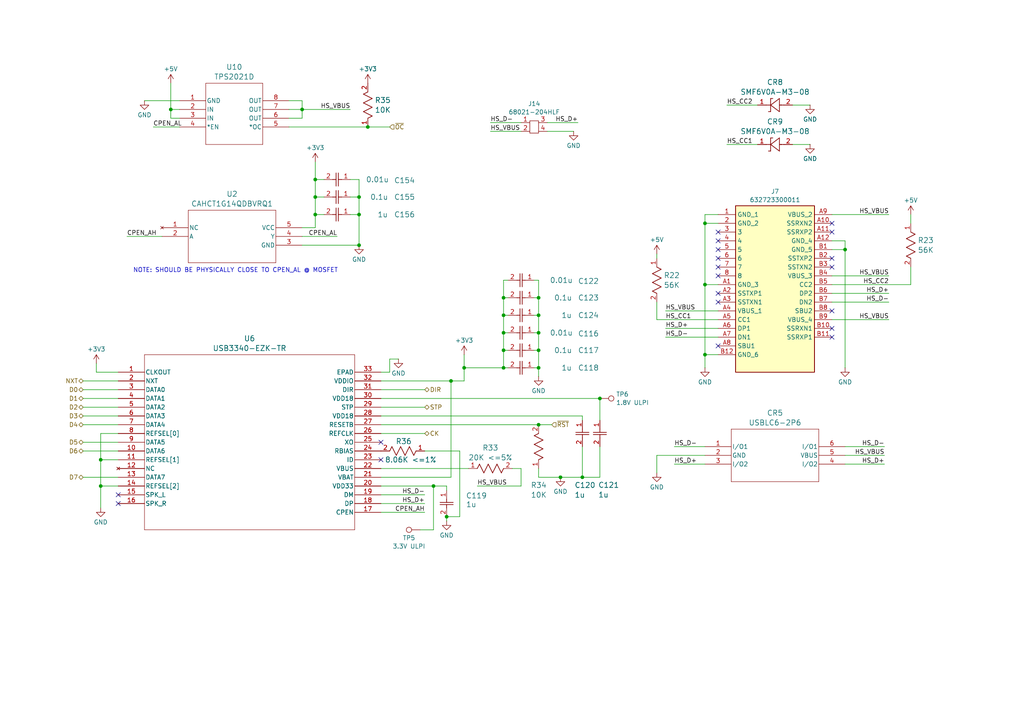
<source format=kicad_sch>
(kicad_sch (version 20231120) (generator "eeschema") (generator_version "8.0")
  (paper "A4")
  (title_block (title "Oro Link") (date "2025-03-22") (rev "8") (company "Oro Operating System") (comment 1 "oro.sh") (comment 2 "Copyright 2023-2025, MPL 2.0") (comment 3 "Joshua Lee Junon"))
  (lib_symbols
    (symbol "Connector:TestPoint" (pin_numbers hide) (pin_names (offset 0.762) hide)
      (property "Reference" "TP" (at 0 6.858 0))
      (property "Value" "TestPoint" (at 0 5.08 0))
      (symbol "TestPoint_1_1"
        (pin passive line (at 0 0 90) (length 2.54) (name "1") (number "1"))
      )
    )
    (symbol "OroLink:0402B103J160CT" (pin_names (offset 0.254))
      (property "Reference" "C" (at 3.81 3.81 0))
      (property "Value" "0402B103J160CT" (at 3.81 -3.81 0))
      (symbol "0402B103J160CT_1_1"
        (pin unspecified line (at 0 0 0) (length 2.54) (name "") (number "1"))
        (pin unspecified line (at 7.62 0 180) (length 2.54) (name "") (number "2"))
      )
      (symbol "0402B103J160CT_1_2"
        (pin unspecified line (at 0 0 270) (length 2.54) (name "") (number "1"))
        (pin unspecified line (at 0 -7.62 90) (length 2.54) (name "") (number "2"))
      )
    )
    (symbol "OroLink:632723300011"
      (property "Reference" "J4" (at 16.51 5.5499 0))
      (property "Value" "632723300011" (at 16.51 3.6289 0))
      (symbol "632723300011_1_1"
        (pin passive line (at 0 0 0) (length 5.08) (name "GND_1") (number "1"))
        (pin passive line (at 0 -2.54 0) (length 5.08) (name "GND_2") (number "2"))
        (pin passive line (at 0 -5.08 0) (length 5.08) (name "3") (number "3"))
        (pin passive line (at 0 -7.62 0) (length 5.08) (name "4") (number "4"))
        (pin passive line (at 0 -10.16 0) (length 5.08) (name "5") (number "5"))
        (pin passive line (at 0 -12.7 0) (length 5.08) (name "6") (number "6"))
        (pin passive line (at 0 -15.24 0) (length 5.08) (name "7") (number "7"))
        (pin passive line (at 0 -17.78 0) (length 5.08) (name "8") (number "8"))
        (pin passive line (at 0 -20.32 0) (length 5.08) (name "GND_3") (number "A1"))
        (pin passive line (at 33.02 -2.54 180) (length 5.08) (name "SSRXN2") (number "A10"))
        (pin passive line (at 33.02 -5.08 180) (length 5.08) (name "SSRXP2") (number "A11"))
        (pin passive line (at 33.02 -7.62 180) (length 5.08) (name "GND_4") (number "A12"))
        (pin passive line (at 0 -22.86 0) (length 5.08) (name "SSTXP1") (number "A2"))
        (pin passive line (at 0 -25.4 0) (length 5.08) (name "SSTXN1") (number "A3"))
        (pin passive line (at 0 -27.94 0) (length 5.08) (name "VBUS_1") (number "A4"))
        (pin passive line (at 0 -30.48 0) (length 5.08) (name "CC1") (number "A5"))
        (pin passive line (at 0 -33.02 0) (length 5.08) (name "DP1") (number "A6"))
        (pin passive line (at 0 -35.56 0) (length 5.08) (name "DN1") (number "A7"))
        (pin passive line (at 0 -38.1 0) (length 5.08) (name "SBU1") (number "A8"))
        (pin passive line (at 33.02 0 180) (length 5.08) (name "VBUS_2") (number "A9"))
        (pin passive line (at 33.02 -10.16 180) (length 5.08) (name "GND_5") (number "B1"))
        (pin passive line (at 33.02 -33.02 180) (length 5.08) (name "SSRXN1") (number "B10"))
        (pin passive line (at 33.02 -35.56 180) (length 5.08) (name "SSRXP1") (number "B11"))
        (pin passive line (at 0 -40.64 0) (length 5.08) (name "GND_6") (number "B12"))
        (pin passive line (at 33.02 -12.7 180) (length 5.08) (name "SSTXP2") (number "B2"))
        (pin passive line (at 33.02 -15.24 180) (length 5.08) (name "SSTXN2") (number "B3"))
        (pin passive line (at 33.02 -17.78 180) (length 5.08) (name "VBUS_3") (number "B4"))
        (pin passive line (at 33.02 -20.32 180) (length 5.08) (name "CC2") (number "B5"))
        (pin passive line (at 33.02 -22.86 180) (length 5.08) (name "DP2") (number "B6"))
        (pin passive line (at 33.02 -25.4 180) (length 5.08) (name "DN2") (number "B7"))
        (pin passive line (at 33.02 -27.94 180) (length 5.08) (name "SBU2") (number "B8"))
        (pin passive line (at 33.02 -30.48 180) (length 5.08) (name "VBUS_4") (number "B9"))
      )
    )
    (symbol "OroLink:68021-204HLF" (pin_names hide)
      (property "Reference" "J" (at 3.81 1.778 0))
      (property "Value" "68021-204HLF" (at 4.318 0 0))
      (symbol "68021-204HLF_0_0"
        (pin unspecified line (at 0 -2.54 0) (length 2.54) (name "") (number "1"))
        (pin unspecified line (at 0 -5.08 0) (length 2.54) (name "") (number "2"))
        (pin unspecified line (at 7.62 -2.54 180) (length 2.54) (name "") (number "3"))
        (pin unspecified line (at 7.62 -5.08 180) (length 2.54) (name "") (number "4"))
      )
    )
    (symbol "OroLink:CAHCT1G14QDBVRQ1" (pin_names (offset 0.254))
      (property "Reference" "U" (at 20.32 10.16 0))
      (property "Value" "CAHCT1G14QDBVRQ1" (at 20.32 7.62 0))
      (symbol "CAHCT1G14QDBVRQ1_0_1"
        (pin no_connect line (at 0 0 0) (length 7.62) (name "NC") (number "1"))
        (pin input line (at 0 -2.54 0) (length 7.62) (name "A") (number "2"))
        (pin power_out line (at 40.64 -5.08 180) (length 7.62) (name "GND") (number "3"))
        (pin output line (at 40.64 -2.54 180) (length 7.62) (name "Y") (number "4"))
        (pin power_in line (at 40.64 0 180) (length 7.62) (name "VCC") (number "5"))
      )
    )
    (symbol "OroLink:CPF0402B8K06E1" (pin_names (offset 0.254))
      (property "Reference" "R" (at 5.715 3.81 0))
      (property "Value" "CPF0402B8K06E1" (at 6.35 -3.81 0))
      (symbol "CPF0402B8K06E1_1_1"
        (pin unspecified line (at 12.7 0 180) (length 2.54) (name "") (number "1"))
        (pin unspecified line (at 0 0 0) (length 2.54) (name "") (number "2"))
      )
      (symbol "CPF0402B8K06E1_1_2"
        (pin unspecified line (at 0 12.7 270) (length 2.54) (name "") (number "1"))
        (pin unspecified line (at 0 0 90) (length 2.54) (name "") (number "2"))
      )
    )
    (symbol "OroLink:ERJ-3GEYJ563V" (pin_names (offset 0.254))
      (property "Reference" "R" (at 5.715 3.81 0))
      (property "Value" "ERJ-3GEYJ563V" (at 6.35 -3.81 0))
      (symbol "ERJ-3GEYJ563V_1_1"
        (pin unspecified line (at 12.7 0 180) (length 2.54) (name "") (number "1"))
        (pin unspecified line (at 0 0 0) (length 2.54) (name "") (number "2"))
      )
      (symbol "ERJ-3GEYJ563V_1_2"
        (pin unspecified line (at 0 12.7 270) (length 2.54) (name "") (number "1"))
        (pin unspecified line (at 0 0 90) (length 2.54) (name "") (number "2"))
      )
    )
    (symbol "OroLink:JMK105BJ105KVHF" (pin_names (offset 0.254))
      (property "Reference" "C" (at 3.81 3.81 0))
      (property "Value" "JMK105BJ105KVHF" (at 3.81 -3.81 0))
      (symbol "JMK105BJ105KVHF_1_1"
        (pin unspecified line (at 0 0 0) (length 2.54) (name "") (number "1"))
        (pin unspecified line (at 7.62 0 180) (length 2.54) (name "") (number "2"))
      )
      (symbol "JMK105BJ105KVHF_1_2"
        (pin unspecified line (at 0 0 270) (length 2.54) (name "") (number "1"))
        (pin unspecified line (at 0 -7.62 90) (length 2.54) (name "") (number "2"))
      )
    )
    (symbol "OroLink:MCS04020C2002FE000" (pin_names (offset 0.254))
      (property "Reference" "R" (at 5.715 3.81 0))
      (property "Value" "MCS04020C2002FE000" (at 6.35 -3.81 0))
      (symbol "MCS04020C2002FE000_0_1"
        (pin unspecified line (at 0 0 0) (length 2.54) (name "") (number "1"))
        (pin unspecified line (at 12.7 0 180) (length 2.54) (name "") (number "2"))
      )
    )
    (symbol "OroLink:MSAST1L3YB5104KFNA01" (pin_names (offset 0.254))
      (property "Reference" "C" (at 3.81 3.81 0))
      (property "Value" "MSAST1L3YB5104KFNA01" (at 3.81 -3.81 0))
      (symbol "MSAST1L3YB5104KFNA01_1_1"
        (pin unspecified line (at 0 0 0) (length 2.54) (name "") (number "1"))
        (pin unspecified line (at 7.62 0 180) (length 2.54) (name "") (number "2"))
      )
      (symbol "MSAST1L3YB5104KFNA01_1_2"
        (pin unspecified line (at 0 0 270) (length 2.54) (name "") (number "1"))
        (pin unspecified line (at 0 -7.62 90) (length 2.54) (name "") (number "2"))
      )
    )
    (symbol "OroLink:RMCF0402FT10K0" (pin_names (offset 0.254))
      (property "Reference" "R" (at 5.715 3.81 0))
      (property "Value" "RMCF0402FT10K0" (at 6.35 -3.81 0))
      (symbol "RMCF0402FT10K0_1_1"
        (pin unspecified line (at 0 0 0) (length 2.54) (name "") (number "1"))
        (pin unspecified line (at 12.7 0 180) (length 2.54) (name "") (number "2"))
      )
      (symbol "RMCF0402FT10K0_1_2"
        (pin unspecified line (at 0 12.7 270) (length 2.54) (name "") (number "1"))
        (pin unspecified line (at 0 0 90) (length 2.54) (name "") (number "2"))
      )
    )
    (symbol "OroLink:SMF6V0A-M3-08" (pin_names (offset 0.254))
      (property "Reference" "CR" (at 5.08 4.445 0))
      (property "Value" "SMF6V0A-M3-08" (at 5.08 -3.81 0))
      (symbol "SMF6V0A-M3-08_0_1"
        (pin unspecified line (at 10.16 0 180) (length 2.54) (name "") (number "1"))
        (pin unspecified line (at 0 0 0) (length 2.54) (name "") (number "2"))
      )
    )
    (symbol "OroLink:TPS2021D" (pin_names (offset 0.254))
      (property "Reference" "U2" (at 15.748 9.4369 0))
      (property "Value" "TPS2021D" (at 15.748 6.604 0))
      (symbol "TPS2021D_0_1"
        (pin input line (at 0 0 0) (length 7.62) (name "GND") (number "1"))
        (pin input line (at 0 -2.54 0) (length 7.62) (name "IN") (number "2"))
        (pin input line (at 0 -5.08 0) (length 7.62) (name "IN") (number "3"))
        (pin input line (at 0 -7.62 0) (length 7.62) (name "*EN") (number "4"))
        (pin output line (at 31.75 -7.62 180) (length 7.62) (name "*OC") (number "5"))
        (pin output line (at 31.75 -5.08 180) (length 7.62) (name "OUT") (number "6"))
        (pin output line (at 31.75 -2.54 180) (length 7.62) (name "OUT") (number "7"))
        (pin output line (at 31.75 0 180) (length 7.62) (name "OUT") (number "8"))
      )
    )
    (symbol "OroLink:USB3340-EZK-TR" (pin_names (offset 0.254))
      (property "Reference" "U" (at 38.1 10.16 0))
      (property "Value" "USB3340-EZK-TR" (at 38.1 7.62 0))
      (symbol "USB3340-EZK-TR_0_1"
        (pin output line (at 0 0 0) (length 7.62) (name "CLKOUT") (number "1"))
        (pin bidirectional line (at 0 -22.86 0) (length 7.62) (name "DATA6") (number "10"))
        (pin input line (at 0 -25.4 0) (length 7.62) (name "REFSEL[1]") (number "11"))
        (pin no_connect line (at 0 -27.94 0) (length 7.62) (name "NC") (number "12"))
        (pin bidirectional line (at 0 -30.48 0) (length 7.62) (name "DATA7") (number "13"))
        (pin input line (at 0 -33.02 0) (length 7.62) (name "REFSEL[2]") (number "14"))
        (pin bidirectional line (at 0 -35.56 0) (length 7.62) (name "SPK_L") (number "15"))
        (pin bidirectional line (at 0 -38.1 0) (length 7.62) (name "SPK_R") (number "16"))
        (pin output line (at 76.2 -40.64 180) (length 7.62) (name "CPEN") (number "17"))
        (pin bidirectional line (at 76.2 -38.1 180) (length 7.62) (name "DP") (number "18"))
        (pin bidirectional line (at 76.2 -35.56 180) (length 7.62) (name "DM") (number "19"))
        (pin output line (at 0 -2.54 0) (length 7.62) (name "NXT") (number "2"))
        (pin power_in line (at 76.2 -33.02 180) (length 7.62) (name "VDD33") (number "20"))
        (pin power_in line (at 76.2 -30.48 180) (length 7.62) (name "VBAT") (number "21"))
        (pin bidirectional line (at 76.2 -27.94 180) (length 7.62) (name "VBUS") (number "22"))
        (pin input line (at 76.2 -25.4 180) (length 7.62) (name "ID") (number "23"))
        (pin unspecified line (at 76.2 -22.86 180) (length 7.62) (name "RBIAS") (number "24"))
        (pin output line (at 76.2 -20.32 180) (length 7.62) (name "XO") (number "25"))
        (pin input line (at 76.2 -17.78 180) (length 7.62) (name "REFCLK") (number "26"))
        (pin input line (at 76.2 -15.24 180) (length 7.62) (name "RESETB") (number "27"))
        (pin power_in line (at 76.2 -12.7 180) (length 7.62) (name "VDD18") (number "28"))
        (pin input line (at 76.2 -10.16 180) (length 7.62) (name "STP") (number "29"))
        (pin bidirectional line (at 0 -5.08 0) (length 7.62) (name "DATA0") (number "3"))
        (pin power_in line (at 76.2 -7.62 180) (length 7.62) (name "VDD18") (number "30"))
        (pin output line (at 76.2 -5.08 180) (length 7.62) (name "DIR") (number "31"))
        (pin power_in line (at 76.2 -2.54 180) (length 7.62) (name "VDDIO") (number "32"))
        (pin unspecified line (at 76.2 0 180) (length 7.62) (name "EPAD") (number "33"))
        (pin bidirectional line (at 0 -7.62 0) (length 7.62) (name "DATA1") (number "4"))
        (pin bidirectional line (at 0 -10.16 0) (length 7.62) (name "DATA2") (number "5"))
        (pin bidirectional line (at 0 -12.7 0) (length 7.62) (name "DATA3") (number "6"))
        (pin bidirectional line (at 0 -15.24 0) (length 7.62) (name "DATA4") (number "7"))
        (pin input line (at 0 -17.78 0) (length 7.62) (name "REFSEL[0]") (number "8"))
        (pin bidirectional line (at 0 -20.32 0) (length 7.62) (name "DATA5") (number "9"))
      )
    )
    (symbol "OroLink:USBLC6-2P6" (pin_names (offset 0.254))
      (property "Reference" "CR" (at 20.32 10.16 0))
      (property "Value" "USBLC6-2P6" (at 20.32 7.62 0))
      (symbol "USBLC6-2P6_0_1"
        (pin bidirectional line (at 0 0 0) (length 7.62) (name "I/O1") (number "1"))
        (pin power_in line (at 0 -2.54 0) (length 7.62) (name "GND") (number "2"))
        (pin bidirectional line (at 0 -5.08 0) (length 7.62) (name "I/O2") (number "3"))
        (pin bidirectional line (at 40.64 -5.08 180) (length 7.62) (name "I/O2") (number "4"))
        (pin power_in line (at 40.64 -2.54 180) (length 7.62) (name "VBUS") (number "5"))
        (pin bidirectional line (at 40.64 0 180) (length 7.62) (name "I/O1") (number "6"))
      )
    )
    (symbol "power:+3V3" (power) (pin_numbers hide) (pin_names (offset 0) hide)
      (property "Value" "+3V3" (at 0 3.556 0))
      (symbol "+3V3_1_1"
        (pin power_in line (at 0 0 90) (length 0) (name "~") (number "1"))
      )
    )
    (symbol "power:+5V" (power) (pin_numbers hide) (pin_names (offset 0) hide)
      (property "Value" "+5V" (at 0 3.556 0))
      (symbol "+5V_1_1"
        (pin power_in line (at 0 0 90) (length 0) (name "~") (number "1"))
      )
    )
    (symbol "power:GND" (power) (pin_numbers hide) (pin_names (offset 0) hide)
      (property "Value" "GND" (at 0 -3.81 0))
      (symbol "GND_1_1"
        (pin power_in line (at 0 0 270) (length 0) (name "~") (number "1"))
      )
    )
  )
  (junction (at 156.21 91.44))
  (junction (at 204.47 82.55))
  (junction (at 168.91 138.43))
  (junction (at 156.21 106.68))
  (junction (at 204.47 102.87))
  (junction (at 146.05 96.52))
  (junction (at 146.05 101.6))
  (junction (at 156.21 101.6))
  (junction (at 146.05 91.44))
  (junction (at 134.62 106.68))
  (junction (at 104.14 57.15))
  (junction (at 156.21 86.36))
  (junction (at 29.21 140.97))
  (junction (at 156.21 96.52))
  (junction (at 91.44 62.23))
  (junction (at 29.21 133.35))
  (junction (at 49.53 31.75))
  (junction (at 156.21 123.19))
  (junction (at 162.56 138.43))
  (junction (at 104.14 62.23))
  (junction (at 173.99 115.57))
  (junction (at 146.05 86.36))
  (junction (at 129.54 149.86))
  (junction (at 130.81 110.49))
  (junction (at 106.68 36.83))
  (junction (at 104.14 71.12))
  (junction (at 125.73 140.97))
  (junction (at 245.11 72.39))
  (junction (at 146.05 106.68))
  (junction (at 204.47 64.77))
  (junction (at 91.44 57.15))
  (junction (at 91.44 52.07))
  (junction (at 87.63 31.75))
  (no_connect (at 208.28 87.63))
  (no_connect (at 241.3 77.47))
  (no_connect (at 110.49 128.27))
  (no_connect (at 208.28 80.01))
  (no_connect (at 208.28 72.39))
  (no_connect (at 110.49 133.35))
  (no_connect (at 34.29 146.05))
  (no_connect (at 34.29 143.51))
  (no_connect (at 208.28 74.93))
  (no_connect (at 208.28 69.85))
  (no_connect (at 241.3 90.17))
  (no_connect (at 208.28 85.09))
  (no_connect (at 241.3 95.25))
  (no_connect (at 241.3 64.77))
  (no_connect (at 208.28 77.47))
  (no_connect (at 241.3 67.31))
  (no_connect (at 241.3 97.79))
  (no_connect (at 241.3 74.93))
  (no_connect (at 208.28 67.31))
  (no_connect (at 208.28 100.33))
  (wire (pts (xy 162.56 138.43) (xy 168.91 138.43)))
  (wire (pts (xy 130.81 138.43) (xy 130.81 110.49)))
  (wire (pts (xy 113.03 107.95) (xy 113.03 104.14)))
  (wire (pts (xy 24.13 138.43) (xy 34.29 138.43)))
  (wire (pts (xy 151.13 140.97) (xy 138.43 140.97)))
  (wire (pts (xy 241.3 82.55) (xy 264.16 82.55)))
  (wire (pts (xy 156.21 81.28) (xy 156.21 86.36)))
  (wire (pts (xy 36.83 68.58) (xy 46.99 68.58)))
  (wire (pts (xy 110.49 140.97) (xy 125.73 140.97)))
  (wire (pts (xy 113.03 36.83) (xy 106.68 36.83)))
  (wire (pts (xy 245.11 134.62) (xy 256.54 134.62)))
  (wire (pts (xy 106.68 36.83) (xy 83.82 36.83)))
  (wire (pts (xy 29.21 133.35) (xy 29.21 140.97)))
  (wire (pts (xy 29.21 133.35) (xy 34.29 133.35)))
  (wire (pts (xy 34.29 107.95) (xy 27.94 107.95)))
  (wire (pts (xy 101.6 57.15) (xy 104.14 57.15)))
  (wire (pts (xy 52.07 29.21) (xy 41.91 29.21)))
  (wire (pts (xy 146.05 96.52) (xy 146.05 101.6)))
  (wire (pts (xy 91.44 52.07) (xy 91.44 57.15)))
  (wire (pts (xy 130.81 110.49) (xy 134.62 110.49)))
  (wire (pts (xy 168.91 138.43) (xy 173.99 138.43)))
  (wire (pts (xy 195.58 134.62) (xy 204.47 134.62)))
  (wire (pts (xy 129.54 151.13) (xy 129.54 149.86)))
  (wire (pts (xy 104.14 52.07) (xy 101.6 52.07)))
  (wire (pts (xy 110.49 143.51) (xy 123.19 143.51)))
  (wire (pts (xy 208.28 64.77) (xy 204.47 64.77)))
  (wire (pts (xy 193.04 90.17) (xy 208.28 90.17)))
  (wire (pts (xy 83.82 34.29) (xy 87.63 34.29)))
  (wire (pts (xy 146.05 86.36) (xy 146.05 91.44)))
  (wire (pts (xy 241.3 85.09) (xy 257.81 85.09)))
  (wire (pts (xy 204.47 102.87) (xy 204.47 106.68)))
  (wire (pts (xy 134.62 102.87) (xy 134.62 106.68)))
  (wire (pts (xy 210.82 41.91) (xy 219.71 41.91)))
  (wire (pts (xy 264.16 77.47) (xy 264.16 82.55)))
  (wire (pts (xy 256.54 132.08) (xy 245.11 132.08)))
  (wire (pts (xy 44.45 36.83) (xy 52.07 36.83)))
  (wire (pts (xy 91.44 46.99) (xy 91.44 52.07)))
  (wire (pts (xy 146.05 91.44) (xy 147.32 91.44)))
  (wire (pts (xy 208.28 82.55) (xy 204.47 82.55)))
  (wire (pts (xy 49.53 31.75) (xy 52.07 31.75)))
  (wire (pts (xy 208.28 102.87) (xy 204.47 102.87)))
  (wire (pts (xy 151.13 135.89) (xy 148.59 135.89)))
  (wire (pts (xy 134.62 106.68) (xy 146.05 106.68)))
  (wire (pts (xy 93.98 57.15) (xy 91.44 57.15)))
  (wire (pts (xy 24.13 128.27) (xy 34.29 128.27)))
  (wire (pts (xy 154.94 86.36) (xy 156.21 86.36)))
  (wire (pts (xy 87.63 31.75) (xy 101.6 31.75)))
  (wire (pts (xy 208.28 97.79) (xy 193.04 97.79)))
  (wire (pts (xy 49.53 31.75) (xy 49.53 24.13)))
  (wire (pts (xy 91.44 62.23) (xy 91.44 66.04)))
  (wire (pts (xy 168.91 129.54) (xy 168.91 138.43)))
  (wire (pts (xy 156.21 96.52) (xy 156.21 101.6)))
  (wire (pts (xy 110.49 123.19) (xy 156.21 123.19)))
  (wire (pts (xy 154.94 91.44) (xy 156.21 91.44)))
  (wire (pts (xy 87.63 29.21) (xy 87.63 31.75)))
  (wire (pts (xy 156.21 106.68) (xy 156.21 109.22)))
  (wire (pts (xy 83.82 31.75) (xy 87.63 31.75)))
  (wire (pts (xy 93.98 52.07) (xy 91.44 52.07)))
  (wire (pts (xy 110.49 115.57) (xy 173.99 115.57)))
  (wire (pts (xy 24.13 123.19) (xy 34.29 123.19)))
  (wire (pts (xy 52.07 34.29) (xy 49.53 34.29)))
  (wire (pts (xy 87.63 71.12) (xy 104.14 71.12)))
  (wire (pts (xy 110.49 125.73) (xy 123.19 125.73)))
  (wire (pts (xy 151.13 140.97) (xy 151.13 135.89)))
  (wire (pts (xy 257.81 62.23) (xy 241.3 62.23)))
  (wire (pts (xy 97.79 68.58) (xy 87.63 68.58)))
  (wire (pts (xy 125.73 140.97) (xy 129.54 140.97)))
  (wire (pts (xy 24.13 120.65) (xy 34.29 120.65)))
  (wire (pts (xy 24.13 115.57) (xy 34.29 115.57)))
  (wire (pts (xy 146.05 86.36) (xy 147.32 86.36)))
  (wire (pts (xy 241.3 87.63) (xy 257.81 87.63)))
  (wire (pts (xy 125.73 140.97) (xy 125.73 153.67)))
  (wire (pts (xy 208.28 62.23) (xy 204.47 62.23)))
  (wire (pts (xy 229.87 41.91) (xy 234.95 41.91)))
  (wire (pts (xy 24.13 110.49) (xy 34.29 110.49)))
  (wire (pts (xy 245.11 69.85) (xy 245.11 72.39)))
  (wire (pts (xy 93.98 62.23) (xy 91.44 62.23)))
  (wire (pts (xy 154.94 106.68) (xy 156.21 106.68)))
  (wire (pts (xy 104.14 62.23) (xy 104.14 57.15)))
  (wire (pts (xy 110.49 107.95) (xy 113.03 107.95)))
  (wire (pts (xy 110.49 120.65) (xy 168.91 120.65)))
  (wire (pts (xy 190.5 73.66) (xy 190.5 74.93)))
  (wire (pts (xy 87.63 66.04) (xy 91.44 66.04)))
  (wire (pts (xy 123.19 148.59) (xy 110.49 148.59)))
  (wire (pts (xy 110.49 118.11) (xy 123.19 118.11)))
  (wire (pts (xy 190.5 92.71) (xy 190.5 87.63)))
  (wire (pts (xy 156.21 123.19) (xy 160.02 123.19)))
  (wire (pts (xy 204.47 132.08) (xy 190.5 132.08)))
  (wire (pts (xy 257.81 92.71) (xy 241.3 92.71)))
  (wire (pts (xy 156.21 86.36) (xy 156.21 91.44)))
  (wire (pts (xy 146.05 101.6) (xy 147.32 101.6)))
  (wire (pts (xy 264.16 62.23) (xy 264.16 64.77)))
  (wire (pts (xy 29.21 140.97) (xy 29.21 147.32)))
  (wire (pts (xy 24.13 118.11) (xy 34.29 118.11)))
  (wire (pts (xy 121.92 153.67) (xy 125.73 153.67)))
  (wire (pts (xy 134.62 106.68) (xy 134.62 110.49)))
  (wire (pts (xy 104.14 71.12) (xy 104.14 62.23)))
  (wire (pts (xy 110.49 110.49) (xy 130.81 110.49)))
  (wire (pts (xy 29.21 125.73) (xy 29.21 133.35)))
  (wire (pts (xy 147.32 81.28) (xy 146.05 81.28)))
  (wire (pts (xy 27.94 105.41) (xy 27.94 107.95)))
  (wire (pts (xy 123.19 130.81) (xy 133.35 130.81)))
  (wire (pts (xy 146.05 101.6) (xy 146.05 106.68)))
  (wire (pts (xy 123.19 113.03) (xy 110.49 113.03)))
  (wire (pts (xy 129.54 140.97) (xy 129.54 142.24)))
  (wire (pts (xy 142.24 38.1) (xy 151.13 38.1)))
  (wire (pts (xy 257.81 80.01) (xy 241.3 80.01)))
  (wire (pts (xy 168.91 120.65) (xy 168.91 121.92)))
  (wire (pts (xy 245.11 129.54) (xy 256.54 129.54)))
  (wire (pts (xy 34.29 125.73) (xy 29.21 125.73)))
  (wire (pts (xy 204.47 82.55) (xy 204.47 102.87)))
  (wire (pts (xy 146.05 91.44) (xy 146.05 96.52)))
  (wire (pts (xy 190.5 92.71) (xy 208.28 92.71)))
  (wire (pts (xy 208.28 95.25) (xy 193.04 95.25)))
  (wire (pts (xy 156.21 101.6) (xy 156.21 106.68)))
  (wire (pts (xy 133.35 130.81) (xy 133.35 149.86)))
  (wire (pts (xy 241.3 69.85) (xy 245.11 69.85)))
  (wire (pts (xy 146.05 81.28) (xy 146.05 86.36)))
  (wire (pts (xy 129.54 149.86) (xy 133.35 149.86)))
  (wire (pts (xy 204.47 62.23) (xy 204.47 64.77)))
  (wire (pts (xy 166.37 38.1) (xy 158.75 38.1)))
  (wire (pts (xy 104.14 57.15) (xy 104.14 52.07)))
  (wire (pts (xy 156.21 91.44) (xy 156.21 96.52)))
  (wire (pts (xy 162.56 138.43) (xy 156.21 138.43)))
  (wire (pts (xy 87.63 34.29) (xy 87.63 31.75)))
  (wire (pts (xy 195.58 129.54) (xy 204.47 129.54)))
  (wire (pts (xy 154.94 101.6) (xy 156.21 101.6)))
  (wire (pts (xy 190.5 132.08) (xy 190.5 137.16)))
  (wire (pts (xy 113.03 104.14) (xy 115.57 104.14)))
  (wire (pts (xy 110.49 135.89) (xy 135.89 135.89)))
  (wire (pts (xy 156.21 138.43) (xy 156.21 135.89)))
  (wire (pts (xy 110.49 138.43) (xy 130.81 138.43)))
  (wire (pts (xy 151.13 35.56) (xy 142.24 35.56)))
  (wire (pts (xy 29.21 140.97) (xy 34.29 140.97)))
  (wire (pts (xy 241.3 72.39) (xy 245.11 72.39)))
  (wire (pts (xy 154.94 96.52) (xy 156.21 96.52)))
  (wire (pts (xy 210.82 30.48) (xy 219.71 30.48)))
  (wire (pts (xy 49.53 34.29) (xy 49.53 31.75)))
  (wire (pts (xy 146.05 106.68) (xy 147.32 106.68)))
  (wire (pts (xy 91.44 57.15) (xy 91.44 62.23)))
  (wire (pts (xy 245.11 72.39) (xy 245.11 106.68)))
  (wire (pts (xy 154.94 81.28) (xy 156.21 81.28)))
  (wire (pts (xy 173.99 138.43) (xy 173.99 129.54)))
  (wire (pts (xy 110.49 146.05) (xy 123.19 146.05)))
  (wire (pts (xy 173.99 115.57) (xy 173.99 121.92)))
  (wire (pts (xy 101.6 62.23) (xy 104.14 62.23)))
  (wire (pts (xy 158.75 35.56) (xy 167.64 35.56)))
  (wire (pts (xy 24.13 130.81) (xy 34.29 130.81)))
  (wire (pts (xy 229.87 30.48) (xy 234.95 30.48)))
  (wire (pts (xy 83.82 29.21) (xy 87.63 29.21)))
  (wire (pts (xy 146.05 96.52) (xy 147.32 96.52)))
  (wire (pts (xy 204.47 64.77) (xy 204.47 82.55)))
  (wire (pts (xy 24.13 113.03) (xy 34.29 113.03)))
  (text "NOTE: SHOULD BE PHYSICALLY CLOSE TO CPEN_AL @ MOSFET" (at 68.326 78.486 0) (effects (font (size 1.27 1.27))))
  (label "HS_VBUS" (at 193.04 90.17 0))
  (label "HS_CC2" (at 257.81 82.55 180))
  (label "HS_D+" (at 167.64 35.56 180))
  (label "HS_D-" (at 195.58 129.54 0))
  (label "HS_D+" (at 256.54 134.62 180))
  (label "HS_VBUS" (at 256.54 132.08 180))
  (label "HS_D+" (at 193.04 95.25 0))
  (label "HS_CC1" (at 193.04 92.71 0))
  (label "HS_VBUS" (at 257.81 62.23 180))
  (label "HS_D-" (at 256.54 129.54 180))
  (label "CPEN_AH" (at 36.83 68.58 0))
  (label "HS_VBUS" (at 142.24 38.1 0))
  (label "HS_D-" (at 257.81 87.63 180))
  (label "CPEN_AL" (at 97.79 68.58 180))
  (label "HS_D-" (at 193.04 97.79 0))
  (label "HS_D+" (at 257.81 85.09 180))
  (label "HS_VBUS" (at 101.6 31.75 180))
  (label "HS_CC1" (at 210.82 41.91 0))
  (label "HS_D-" (at 142.24 35.56 0))
  (label "HS_VBUS" (at 257.81 80.01 180))
  (label "CPEN_AH" (at 123.19 148.59 180))
  (label "HS_VBUS" (at 257.81 92.71 180))
  (label "HS_VBUS" (at 138.43 140.97 0))
  (label "HS_D-" (at 123.19 143.51 180))
  (label "HS_CC2" (at 210.82 30.48 0))
  (label "CPEN_AL" (at 44.45 36.83 0))
  (label "HS_D+" (at 123.19 146.05 180))
  (label "HS_D+" (at 195.58 134.62 0))
  (hierarchical_label "DIR" (shape bidirectional) (at 123.19 113.03 0))
  (hierarchical_label "NXT" (shape bidirectional) (at 24.13 110.49 180))
  (hierarchical_label "D7" (shape bidirectional) (at 24.13 138.43 180))
  (hierarchical_label "D3" (shape bidirectional) (at 24.13 120.65 180))
  (hierarchical_label "D2" (shape bidirectional) (at 24.13 118.11 180))
  (hierarchical_label "D1" (shape bidirectional) (at 24.13 115.57 180))
  (hierarchical_label "D6" (shape bidirectional) (at 24.13 130.81 180))
  (hierarchical_label "D4" (shape bidirectional) (at 24.13 123.19 180))
  (hierarchical_label "~{RST}" (shape input) (at 160.02 123.19 0))
  (hierarchical_label "STP" (shape bidirectional) (at 123.19 118.11 0))
  (hierarchical_label "D5" (shape bidirectional) (at 24.13 128.27 180))
  (hierarchical_label "~{OC}" (shape input) (at 113.03 36.83 0))
  (hierarchical_label "D0" (shape bidirectional) (at 24.13 113.03 180))
  (hierarchical_label "CK" (shape bidirectional) (at 123.19 125.73 0))
  (symbol (lib_id "power:GND") (at 29.21 147.32 0) (unit 1)
    (property "Reference" "#PWR0138" (effects (hide yes)))
    (property "Value" "GND" (at 29.21 151.4531 0))
    (property "Description" "Power symbol creates a global label with name \"GND\" , ground" (effects (hide yes)))
  )
  (symbol (lib_id "power:GND") (at 115.57 104.14 0) (unit 1)
    (property "Reference" "#PWR0136" (effects (hide yes)))
    (property "Value" "GND" (at 115.57 108.2731 0))
    (property "Description" "Power symbol creates a global label with name \"GND\" , ground" (effects (hide yes)))
  )
  (symbol (lib_id "OroLink:JMK105BJ105KVHF") (at 154.94 106.68 0) (mirror y) (unit 1)
    (property "Reference" "C118" (at 170.688 106.68 0) (effects (font (size 1.524 1.524))))
    (property "Value" "1u" (at 164.338 106.68 0) (effects (font (size 1.524 1.524))))
    (property "Footprint" "OroLink:cap_UMK105 CG080CV-F_TAY" (effects (hide yes)))
    (property "Datasheet" "https://www.mouser.de/datasheet/2/396/taiyo_yuden_12132018_mlcc11_hq_e-1510082.pdf" (effects (hide yes)))
    (property "Description" "Capacitor, ceramic, 0402, 6.3V, x5R, 1 F, ±10% Rohs Compliant: Yes |Taiyo Yuden JMK105BJ105KVHF" (effects (hide yes)))
    (property "DigiKey ID" "587-3766-1-ND" (effects (hide yes)))
    (property "Arrow ID" "JMK105BJ105KVHF" (effects (hide yes)))
    (property "Mfr. Name" "Taiyo Yuden" (effects (hide yes)))
    (property "Description_1" "Capacitor, ceramic, 0402, 6.3V, x5R, 1 F, ±10% Rohs Compliant: Yes |Taiyo Yuden JMK105BJ105KVHF" (effects (hide yes)))
    (property "Mouser ID" "963-JMK105BJ105KVHF" (effects (hide yes)))
    (property "Mfr. Number" "JMK105BJ105KVHF" (effects (hide yes)))
    (property "Mouser URL" "https://www.mouser.de/ProductDetail/TAIYO-YUDEN/JMK105BJ105KVHF?qs=qPaGMJUC%252BSupRtwk0yj9HQ%3D%3D&utm_source=octopart&utm_medium=aggregator&utm_campaign=963-JMK105BJ105KVHF&utm_content=TAIYO%20YUDEN" (effects (hide yes)))
  )
  (symbol (lib_id "OroLink:USB3340-EZK-TR") (at 34.29 107.95 0) (unit 1)
    (property "Reference" "U6" (at 72.39 98.1761 0) (effects (font (size 1.524 1.524))))
    (property "Value" "USB3340-EZK-TR" (at 72.39 101.009 0) (effects (font (size 1.524 1.524))))
    (property "Footprint" "OroLink:QFN32_5X5MC_MCH" (effects (hide yes)))
    (property "Datasheet" "https://www.mouser.de/datasheet/2/268/USB3340_Data_Sheet_DS00001678E-3500084.pdf" (effects (hide yes)))
    (property "Description" "Microchip USB3340-EZK-TR; USB Transceiver; USB 2.0 at 480Mbit/s; 5.5V; 32-Pin QFN" (effects (hide yes)))
    (property "Mouser URL" "https://www.mouser.de/ProductDetail/Microchip-Technology/USB3340-EZK-TR?qs=pA5MXup5wxES2TIeidc1qQ%3D%3D&utm_source=octopart&utm_medium=aggregator&utm_campaign=886-USB3340-EZK-TR&utm_content=Microchip" (effects (hide yes)))
    (property "Mfr. Name" "Microchip" (effects (hide yes)))
    (property "Mouser ID" "886-USB3340-EZK-TR" (effects (hide yes)))
    (property "Mfr. Number" "USB3340-EZK-TR" (effects (hide yes)))
    (property "DigiKey ID" "638-1115-1-ND" (effects (hide yes)))
    (property "Arrow ID" "USB3340-EZK-TR" (effects (hide yes)))
    (property "Description_1" "Microchip USB3340-EZK-TR; USB Transceiver; USB 2.0 at 480Mbit/s; 5.5V; 32-Pin QFN" (effects (hide yes)))
  )
  (symbol (lib_id "power:+3V3") (at 91.44 46.99 0) (unit 1)
    (property "Reference" "#PWR0182" (effects (hide yes)))
    (property "Value" "+3V3" (at 91.44 42.8569 0))
    (property "Description" "Power symbol creates a global label with name \"+3V3\"" (effects (hide yes)))
  )
  (symbol (lib_id "power:GND") (at 204.47 106.68 0) (unit 1)
    (property "Reference" "#PWR0133" (effects (hide yes)))
    (property "Value" "GND" (at 204.47 110.8131 0))
    (property "Description" "Power symbol creates a global label with name \"GND\" , ground" (effects (hide yes)))
  )
  (symbol (lib_id "OroLink:ERJ-3GEYJ563V") (at 190.5 87.63 90) (unit 1)
    (property "Reference" "R22" (at 192.5066 79.8635 90) (effects (font (size 1.524 1.524)) (justify right)))
    (property "Value" "56K" (at 192.5066 82.6964 90) (effects (font (size 1.524 1.524)) (justify right)))
    (property "Footprint" "OroLink:RC0603N_PAN" (effects (hide yes)))
    (property "Datasheet" "https://industrial.panasonic.com/cdbs/www-data/pdf/RDA0000/AOA0000C301.pdf" (effects (hide yes)))
    (property "Description" "Res Thick Film 0603 56K Ohm 5% 1/10W ±200ppm/°C Molded SMD Punched Carrier T/R" (effects (hide yes)))
    (property "Description_1" "Res Thick Film 0603 56K Ohm 5% 1/10W ±200ppm/°C Molded SMD Punched Carrier T/R" (effects (hide yes)))
    (property "Mfr. Name" "Panasonic" (effects (hide yes)))
    (property "Mouser URL" "https://www.mouser.de/ProductDetail/Panasonic/ERJ-3GEYJ563V?qs=JjxTDIFmKPT6q%2F3ebdFy6g%3D%3D&utm_source=octopart&utm_medium=aggregator&utm_campaign=667-ERJ-3GEYJ563V&utm_content=Panasonic" (effects (hide yes)))
    (property "DigiKey ID" "P56KGCT-ND" (effects (hide yes)))
    (property "Arrow ID" "ERJ-3GEYJ563V" (effects (hide yes)))
    (property "Mfr. Number" "ERJ-3GEYJ563V" (effects (hide yes)))
    (property "Mouser ID" "667-ERJ-3GEYJ563V" (effects (hide yes)))
  )
  (symbol (lib_id "power:+3V3") (at 134.62 102.87 0) (unit 1)
    (property "Reference" "#PWR0132" (effects (hide yes)))
    (property "Value" "+3V3" (at 134.62 98.7369 0))
    (property "Description" "Power symbol creates a global label with name \"+3V3\"" (effects (hide yes)))
  )
  (symbol (lib_id "power:+5V") (at 49.53 24.13 0) (unit 1)
    (property "Reference" "#PWR0130" (effects (hide yes)))
    (property "Value" "+5V" (at 49.53 19.9969 0))
    (property "Description" "Power symbol creates a global label with name \"+5V\"" (effects (hide yes)))
  )
  (symbol (lib_id "OroLink:JMK105BJ105KVHF") (at 101.6 62.23 0) (mirror y) (unit 1)
    (property "Reference" "C156" (at 117.348 62.23 0) (effects (font (size 1.524 1.524))))
    (property "Value" "1u" (at 110.998 62.23 0) (effects (font (size 1.524 1.524))))
    (property "Footprint" "OroLink:cap_UMK105 CG080CV-F_TAY" (effects (hide yes)))
    (property "Datasheet" "https://www.mouser.de/datasheet/2/396/taiyo_yuden_12132018_mlcc11_hq_e-1510082.pdf" (effects (hide yes)))
    (property "Description" "Capacitor, ceramic, 0402, 6.3V, x5R, 1 F, ±10% Rohs Compliant: Yes |Taiyo Yuden JMK105BJ105KVHF" (effects (hide yes)))
    (property "DigiKey ID" "587-3766-1-ND" (effects (hide yes)))
    (property "Arrow ID" "JMK105BJ105KVHF" (effects (hide yes)))
    (property "Mfr. Name" "Taiyo Yuden" (effects (hide yes)))
    (property "Description_1" "Capacitor, ceramic, 0402, 6.3V, x5R, 1 F, ±10% Rohs Compliant: Yes |Taiyo Yuden JMK105BJ105KVHF" (effects (hide yes)))
    (property "Mouser ID" "963-JMK105BJ105KVHF" (effects (hide yes)))
    (property "Mfr. Number" "JMK105BJ105KVHF" (effects (hide yes)))
    (property "Mouser URL" "https://www.mouser.de/ProductDetail/TAIYO-YUDEN/JMK105BJ105KVHF?qs=qPaGMJUC%252BSupRtwk0yj9HQ%3D%3D&utm_source=octopart&utm_medium=aggregator&utm_campaign=963-JMK105BJ105KVHF&utm_content=TAIYO%20YUDEN" (effects (hide yes)))
  )
  (symbol (lib_id "power:GND") (at 166.37 38.1 0) (unit 1)
    (property "Reference" "#PWR0110" (effects (hide yes)))
    (property "Value" "GND" (at 166.37 42.2331 0))
    (property "Description" "Power symbol creates a global label with name \"GND\" , ground" (effects (hide yes)))
  )
  (symbol (lib_id "power:GND") (at 234.95 41.91 0) (unit 1)
    (property "Reference" "#PWR0113" (effects (hide yes)))
    (property "Value" "GND" (at 234.95 46.0431 0))
    (property "Description" "Power symbol creates a global label with name \"GND\" , ground" (effects (hide yes)))
  )
  (symbol (lib_id "OroLink:0402B103J160CT") (at 154.94 81.28 0) (mirror y) (unit 1)
    (property "Reference" "C122" (at 170.688 81.534 0) (effects (font (size 1.524 1.524))))
    (property "Value" "0.01u" (at 162.814 81.28 0) (effects (font (size 1.524 1.524))))
    (property "Footprint" "OroLink:CAP_0402_N_WAL" (effects (hide yes)))
    (property "Datasheet" "https://www.mouser.de/datasheet/2/210/WTC_MLCC_General_Purpose-1534899.pdf" (effects (hide yes)))
    (property "Description" "Ceramic Capacitor, Multilayer, Ceramic, 16V, 5% +Tol, 5% -Tol, X7R, 15% TC, 0.01uF, Surface Mount, 0402" (effects (hide yes)))
    (property "Mfr. Name" "Walsin" (effects (hide yes)))
    (property "Mouser ID" "791-0402B103J160CT" (effects (hide yes)))
    (property "DigiKey ID" "1292-0402B103J160CT-ND" (effects (hide yes)))
    (property "Arrow ID" "null" (effects (hide yes)))
    (property "Description_1" "Ceramic Capacitor, Multilayer, Ceramic, 16V, 5% +Tol, 5% -Tol, X7R, 15% TC, 0.01uF, Surface Mount, 0402" (effects (hide yes)))
    (property "Mouser URL" "https://www.mouser.de/ProductDetail/Walsin/0402B103J160CT?qs=fIkAfuXiAQJQ%252BjA7a5Mepg%3D%3D&utm_source=octopart&utm_medium=aggregator&utm_campaign=791-0402B103J160CT&utm_content=Walsin" (effects (hide yes)))
    (property "Mfr. Number" "0402B103J160CT" (effects (hide yes)))
  )
  (symbol (lib_id "power:GND") (at 245.11 106.68 0) (unit 1)
    (property "Reference" "#PWR0134" (effects (hide yes)))
    (property "Value" "GND" (at 245.11 110.8131 0))
    (property "Description" "Power symbol creates a global label with name \"GND\" , ground" (effects (hide yes)))
  )
  (symbol (lib_id "OroLink:68021-204HLF") (at 151.13 33.02 0) (unit 1)
    (property "Reference" "J14" (at 154.94 30.0877 0))
    (property "Value" "68021-204HLF" (at 154.94 32.512 0))
    (property "Footprint" "OroLink:2x2 4p 2.54 pitch" (effects (hide yes)))
    (property "Datasheet" "https://cdn.amphenol-cs.com/media/wysiwyg/files/documentation/datasheet/boardwiretoboard/bwb_bergstik.pdf" (effects (hide yes)))
    (property "Description" " Headers & Wire Housings 4P SR UNSHRD HRD .38 GOLD OVER NI" (effects (hide yes)))
    (property "Mouser ID Number" "649-68021-204HLF" (effects (hide yes)))
    (property "Mouser Stock URL" "https://www.mouser.de/ProductDetail/Amphenol-FCI/68021-204HLF?qs=QKvFUfBIyQLYRGZzFGyTzg%3D%3D" (effects (hide yes)))
  )
  (symbol (lib_id "power:GND") (at 156.21 109.22 0) (unit 1)
    (property "Reference" "#PWR0131" (effects (hide yes)))
    (property "Value" "GND" (at 156.21 113.3531 0))
    (property "Description" "Power symbol creates a global label with name \"GND\" , ground" (effects (hide yes)))
  )
  (symbol (lib_id "OroLink:ERJ-3GEYJ563V") (at 264.16 77.47 90) (unit 1)
    (property "Reference" "R23" (at 266.1666 69.7035 90) (effects (font (size 1.524 1.524)) (justify right)))
    (property "Value" "56K" (at 266.1666 72.5364 90) (effects (font (size 1.524 1.524)) (justify right)))
    (property "Footprint" "OroLink:RC0603N_PAN" (effects (hide yes)))
    (property "Datasheet" "https://industrial.panasonic.com/cdbs/www-data/pdf/RDA0000/AOA0000C301.pdf" (effects (hide yes)))
    (property "Description" "Res Thick Film 0603 56K Ohm 5% 1/10W ±200ppm/°C Molded SMD Punched Carrier T/R" (effects (hide yes)))
    (property "Description_1" "Res Thick Film 0603 56K Ohm 5% 1/10W ±200ppm/°C Molded SMD Punched Carrier T/R" (effects (hide yes)))
    (property "Mfr. Name" "Panasonic" (effects (hide yes)))
    (property "Mouser URL" "https://www.mouser.de/ProductDetail/Panasonic/ERJ-3GEYJ563V?qs=JjxTDIFmKPT6q%2F3ebdFy6g%3D%3D&utm_source=octopart&utm_medium=aggregator&utm_campaign=667-ERJ-3GEYJ563V&utm_content=Panasonic" (effects (hide yes)))
    (property "DigiKey ID" "P56KGCT-ND" (effects (hide yes)))
    (property "Arrow ID" "ERJ-3GEYJ563V" (effects (hide yes)))
    (property "Mfr. Number" "ERJ-3GEYJ563V" (effects (hide yes)))
    (property "Mouser ID" "667-ERJ-3GEYJ563V" (effects (hide yes)))
  )
  (symbol (lib_id "OroLink:JMK105BJ105KVHF") (at 129.54 142.24 90) (mirror x) (unit 1)
    (property "Reference" "C119" (at 135.128 143.764 90) (effects (font (size 1.524 1.524)) (justify right)))
    (property "Value" "1u" (at 135.128 146.304 90) (effects (font (size 1.524 1.524)) (justify right)))
    (property "Footprint" "OroLink:cap_UMK105 CG080CV-F_TAY" (effects (hide yes)))
    (property "Datasheet" "https://www.mouser.de/datasheet/2/396/taiyo_yuden_12132018_mlcc11_hq_e-1510082.pdf" (effects (hide yes)))
    (property "Description" "Capacitor, ceramic, 0402, 6.3V, x5R, 1 F, ±10% Rohs Compliant: Yes |Taiyo Yuden JMK105BJ105KVHF" (effects (hide yes)))
    (property "DigiKey ID" "587-3766-1-ND" (effects (hide yes)))
    (property "Arrow ID" "JMK105BJ105KVHF" (effects (hide yes)))
    (property "Mfr. Name" "Taiyo Yuden" (effects (hide yes)))
    (property "Description_1" "Capacitor, ceramic, 0402, 6.3V, x5R, 1 F, ±10% Rohs Compliant: Yes |Taiyo Yuden JMK105BJ105KVHF" (effects (hide yes)))
    (property "Mouser ID" "963-JMK105BJ105KVHF" (effects (hide yes)))
    (property "Mfr. Number" "JMK105BJ105KVHF" (effects (hide yes)))
    (property "Mouser URL" "https://www.mouser.de/ProductDetail/TAIYO-YUDEN/JMK105BJ105KVHF?qs=qPaGMJUC%252BSupRtwk0yj9HQ%3D%3D&utm_source=octopart&utm_medium=aggregator&utm_campaign=963-JMK105BJ105KVHF&utm_content=TAIYO%20YUDEN" (effects (hide yes)))
  )
  (symbol (lib_id "OroLink:SMF6V0A-M3-08") (at 229.87 30.48 180) (unit 1)
    (property "Reference" "CR8" (at 224.79 23.843 0) (effects (font (size 1.524 1.524))))
    (property "Value" "SMF6V0A-M3-08" (at 224.79 26.6759 0) (effects (font (size 1.524 1.524))))
    (property "Footprint" "OroLink:ZDO_SMF_DO-219AB_VIS" (effects (hide yes)))
    (property "Datasheet" "https://www.vishay.com/doc?85881" (effects (hide yes)))
    (property "Description" "ESD PROTECTION DIODE SMF DO219AB" (effects (hide yes)))
    (property "Mfr. Number" "SMF6V0A-M3-08" (effects (hide yes)))
    (property "Mouser ID" "78-SMF6V0A-M3-08" (effects (hide yes)))
    (property "Description_1" "ESD PROTECTION DIODE SMF DO219AB" (effects (hide yes)))
    (property "Mouser URL" "https://www.mouser.de/ProductDetail/Vishay-General-Semiconductor/SMF6V0A-M3-08?qs=liFJyUJTUDEpN6KM4i%2FVgg%3D%3D&utm_source=octopart&utm_medium=aggregator&utm_campaign=78-SMF6V0A-M3-08&utm_content=Vishay" (effects (hide yes)))
    (property "DigiKey ID" "112-SMF6V0A-M3-08DKR-ND" (effects (hide yes)))
    (property "Arrow ID" "null" (effects (hide yes)))
    (property "Mfr. Name" "Vishay" (effects (hide yes)))
  )
  (symbol (lib_id "power:GND") (at 234.95 30.48 0) (unit 1)
    (property "Reference" "#PWR0112" (effects (hide yes)))
    (property "Value" "GND" (at 234.95 34.6131 0))
    (property "Description" "Power symbol creates a global label with name \"GND\" , ground" (effects (hide yes)))
  )
  (symbol (lib_id "OroLink:USBLC6-2P6") (at 204.47 129.54 0) (unit 1)
    (property "Reference" "CR5" (at 224.79 119.7661 0) (effects (font (size 1.524 1.524))))
    (property "Value" "USBLC6-2P6" (at 224.79 122.599 0) (effects (font (size 1.524 1.524))))
    (property "Footprint" "OroLink:SOT-666_STM" (effects (hide yes)))
    (property "Datasheet" "https://www.mouser.de/datasheet/2/389/usblc6_2-1852789.pdf" (effects (hide yes)))
    (property "Description" "ESD Protection for USB 2.0 High Speed" (effects (hide yes)))
    (property "Arrow ID" "USBLC6-2P6" (effects (hide yes)))
    (property "Mfr. Number" "USBLC6-2P6" (effects (hide yes)))
    (property "Description_1" "ESD Protection for USB 2.0 High Speed" (effects (hide yes)))
    (property "Mfr. Name" "STMicroelectronics" (effects (hide yes)))
    (property "Mouser ID" "511-USBLC6-2P6" (effects (hide yes)))
    (property "Mouser URL" "https://www.mouser.de/ProductDetail/STMicroelectronics/USBLC6-2P6?qs=6ARB0lp6jlViGcbUSvj1Mw%3D%3D&utm_source=octopart&utm_medium=aggregator&utm_campaign=511-USBLC6-2P6&utm_content=STMicroelectronics" (effects (hide yes)))
    (property "DigiKey ID" "497-5026-1-ND" (effects (hide yes)))
  )
  (symbol (lib_id "OroLink:RMCF0402FT10K0") (at 156.21 135.89 270) (mirror x) (unit 1)
    (property "Reference" "R34" (at 153.924 140.716 90) (effects (font (size 1.524 1.524)) (justify left)))
    (property "Value" "10K" (at 153.924 143.5489 90) (effects (font (size 1.524 1.524)) (justify left)))
    (property "Footprint" "OroLink:STA_RMCF0402_STP" (effects (hide yes)))
    (property "Datasheet" "https://www.mouser.de/datasheet/2/385/SEI_RMCF_RMCP-3077565.pdf" (effects (hide yes)))
    (property "Description" "Res Thick Film 0402 10K Ohm 1% 0.063W ±100ppm/°C Molded SMD Paper T/R" (effects (hide yes)))
    (property "Description_1" "Res Thick Film 0402 10K Ohm 1% 0.063W ±100ppm/°C Molded SMD Paper T/R" (effects (hide yes)))
    (property "Mfr. Name" "Stackpole International" (effects (hide yes)))
    (property "DigiKey ID" "RMCF0402FT10K0CT-ND" (effects (hide yes)))
    (property "Mouser URL" "https://www.mouser.de/ProductDetail/SEI-Stackpole/RMCF0402FT10K0?qs=FESYatJ8odLDpjm%252BwxiA1Q%3D%3D&utm_source=octopart&utm_medium=aggregator&utm_campaign=708-RMCF0402FT10K0&utm_content=SEI%20Stackpole" (effects (hide yes)))
    (property "Arrow ID" "RMCF0402FT10K0" (effects (hide yes)))
    (property "Mfr. Number" "RMCF0402FT10K0" (effects (hide yes)))
    (property "Mouser ID" "708-RMCF0402FT10K0" (effects (hide yes)))
  )
  (symbol (lib_id "OroLink:MSAST1L3YB5104KFNA01") (at 154.94 101.6 0) (mirror y) (unit 1)
    (property "Reference" "C117" (at 170.688 101.6 0) (effects (font (size 1.524 1.524))))
    (property "Value" "0.1u" (at 163.322 101.6 0) (effects (font (size 1.524 1.524))))
    (property "Footprint" "OroLink:CAP_MSAS1L-3_TAY" (effects (hide yes)))
    (property "Datasheet" "https://www.mouser.de/datasheet/2/396/Tayio_Yuden_1102023_MS_mlcc_all_e-3081579.pdf" (effects (hide yes)))
    (property "Description" "Multilayer Ceramic Capacitor, 0.1 uF, 25 V, ± 10%, X5R, 0402 [1005 Metric] - T&R" (effects (hide yes)))
    (property "Mfr. Name" "Taiyo Yuden" (effects (hide yes)))
    (property "Mfr. Number" "MSAST1L3YB5104KFNA01" (effects (hide yes)))
    (property "Mouser URL" "https://www.mouser.de/ProductDetail/TAIYO-YUDEN/MSAST1L3YB5104KFNA01?qs=tlsG%2FOw5FFhBwK%252BMwEZpCA%3D%3D" (effects (hide yes)))
    (property "Description_1" "Multilayer Ceramic Capacitor, 0.1 uF, 25 V, ± 10%, X5R, 0402 [1005 Metric] - T&R" (effects (hide yes)))
    (property "Arrow ID" "MSAST1L3YB5104KFNA01" (effects (hide yes)))
    (property "DigiKey ID" "587-MSAST1L3YB5104KFNA01CT-ND" (effects (hide yes)))
    (property "Mouser ID" "963-MSAST1L3YB5104KF" (effects (hide yes)))
  )
  (symbol (lib_id "OroLink:RMCF0402FT10K0") (at 106.68 36.83 270) (mirror x) (unit 1)
    (property "Reference" "R35" (at 108.6866 29.0635 90) (effects (font (size 1.524 1.524)) (justify left)))
    (property "Value" "10K" (at 108.6866 31.8964 90) (effects (font (size 1.524 1.524)) (justify left)))
    (property "Footprint" "OroLink:STA_RMCF0402_STP" (effects (hide yes)))
    (property "Datasheet" "https://www.mouser.de/datasheet/2/385/SEI_RMCF_RMCP-3077565.pdf" (effects (hide yes)))
    (property "Description" "Res Thick Film 0402 10K Ohm 1% 0.063W ±100ppm/°C Molded SMD Paper T/R" (effects (hide yes)))
    (property "Description_1" "Res Thick Film 0402 10K Ohm 1% 0.063W ±100ppm/°C Molded SMD Paper T/R" (effects (hide yes)))
    (property "Mfr. Name" "Stackpole International" (effects (hide yes)))
    (property "DigiKey ID" "RMCF0402FT10K0CT-ND" (effects (hide yes)))
    (property "Mouser URL" "https://www.mouser.de/ProductDetail/SEI-Stackpole/RMCF0402FT10K0?qs=FESYatJ8odLDpjm%252BwxiA1Q%3D%3D&utm_source=octopart&utm_medium=aggregator&utm_campaign=708-RMCF0402FT10K0&utm_content=SEI%20Stackpole" (effects (hide yes)))
    (property "Arrow ID" "RMCF0402FT10K0" (effects (hide yes)))
    (property "Mfr. Number" "RMCF0402FT10K0" (effects (hide yes)))
    (property "Mouser ID" "708-RMCF0402FT10K0" (effects (hide yes)))
  )
  (symbol (lib_id "OroLink:TPS2021D") (at 52.07 29.21 0) (unit 1)
    (property "Reference" "U10" (at 67.945 19.4361 0) (effects (font (size 1.524 1.524))))
    (property "Value" "TPS2021D" (at 67.945 22.269 0) (effects (font (size 1.524 1.524))))
    (property "Footprint" "OroLink:D8" (effects (hide yes)))
    (property "Datasheet" "https://www.ti.com/lit/gpn/tps2021" (effects (hide yes)))
    (property "Description" "0.6A loading, 2.7-5.5V, 33mΩ USB power switch, active-low 8-SOIC -40 to 85" (effects (hide yes)))
    (property "Description_1" "0.6A loading, 2.7-5.5V, 33mΩ USB power switch, active-low 8-SOIC -40 to 85" (effects (hide yes)))
    (property "Mouser URL" "https://www.mouser.de/ProductDetail/Texas-Instruments/TPS2021D?qs=ojKcPFmCWSUPv7ekuPgZQA%3D%3D" (effects (hide yes)))
    (property "Mouser ID" "595-TPS2021D" (effects (hide yes)))
    (property "DigiKey ID" "296-2561-5-ND" (effects (hide yes)))
    (property "Mfr. Name" "Texas Instruments" (effects (hide yes)))
    (property "Mfr. Number" "TPS2021D" (effects (hide yes)))
    (property "Arrow ID" "TPS2021D" (effects (hide yes)))
  )
  (symbol (lib_id "OroLink:JMK105BJ105KVHF") (at 154.94 91.44 0) (mirror y) (unit 1)
    (property "Reference" "C124" (at 170.688 91.44 0) (effects (font (size 1.524 1.524))))
    (property "Value" "1u" (at 164.338 91.44 0) (effects (font (size 1.524 1.524))))
    (property "Footprint" "OroLink:cap_UMK105 CG080CV-F_TAY" (effects (hide yes)))
    (property "Datasheet" "https://www.mouser.de/datasheet/2/396/taiyo_yuden_12132018_mlcc11_hq_e-1510082.pdf" (effects (hide yes)))
    (property "Description" "Capacitor, ceramic, 0402, 6.3V, x5R, 1 F, ±10% Rohs Compliant: Yes |Taiyo Yuden JMK105BJ105KVHF" (effects (hide yes)))
    (property "DigiKey ID" "587-3766-1-ND" (effects (hide yes)))
    (property "Arrow ID" "JMK105BJ105KVHF" (effects (hide yes)))
    (property "Mfr. Name" "Taiyo Yuden" (effects (hide yes)))
    (property "Description_1" "Capacitor, ceramic, 0402, 6.3V, x5R, 1 F, ±10% Rohs Compliant: Yes |Taiyo Yuden JMK105BJ105KVHF" (effects (hide yes)))
    (property "Mouser ID" "963-JMK105BJ105KVHF" (effects (hide yes)))
    (property "Mfr. Number" "JMK105BJ105KVHF" (effects (hide yes)))
    (property "Mouser URL" "https://www.mouser.de/ProductDetail/TAIYO-YUDEN/JMK105BJ105KVHF?qs=qPaGMJUC%252BSupRtwk0yj9HQ%3D%3D&utm_source=octopart&utm_medium=aggregator&utm_campaign=963-JMK105BJ105KVHF&utm_content=TAIYO%20YUDEN" (effects (hide yes)))
  )
  (symbol (lib_id "power:+5V") (at 264.16 62.23 0) (unit 1)
    (property "Reference" "#PWR078" (effects (hide yes)))
    (property "Value" "+5V" (at 264.16 58.0969 0))
    (property "Description" "Power symbol creates a global label with name \"+5V\"" (effects (hide yes)))
  )
  (symbol (lib_id "OroLink:632723300011") (at 208.28 62.23 0) (unit 1)
    (property "Reference" "J7" (at 224.79 55.5455 0))
    (property "Value" "632723300011" (at 224.79 57.9698 0))
    (property "Footprint" "OroLink:632723300011" (effects (hide yes)))
    (property "Datasheet" "http://katalog.we-online.de/em/datasheet/632723x00011.pdf" (effects (hide yes)))
    (property "Height" "2" (effects (hide yes)))
    (property "Manufacturer_Name" "Wurth Elektronik" (effects (hide yes)))
    (property "Manufacturer_Part_Number" "632723300011" (effects (hide yes)))
    (property "Mouser Part Number" "710-632723300011" (effects (hide yes)))
    (property "Mouser Price/Stock" "https://www.mouser.co.uk/ProductDetail/Wurth-Elektronik/632723300011?qs=NK6InXoXhq4%252B5eM1PePLPg%3D%3D" (effects (hide yes)))
  )
  (symbol (lib_id "power:+5V") (at 190.5 73.66 0) (unit 1)
    (property "Reference" "#PWR077" (effects (hide yes)))
    (property "Value" "+5V" (at 190.5 69.5269 0))
    (property "Description" "Power symbol creates a global label with name \"+5V\"" (effects (hide yes)))
  )
  (symbol (lib_id "OroLink:JMK105BJ105KVHF") (at 168.91 121.92 90) (mirror x) (unit 1)
    (property "Reference" "C120" (at 166.624 140.716 90) (effects (font (size 1.524 1.524)) (justify right)))
    (property "Value" "1u" (at 166.624 143.5489 90) (effects (font (size 1.524 1.524)) (justify right)))
    (property "Footprint" "OroLink:cap_UMK105 CG080CV-F_TAY" (effects (hide yes)))
    (property "Datasheet" "https://www.mouser.de/datasheet/2/396/taiyo_yuden_12132018_mlcc11_hq_e-1510082.pdf" (effects (hide yes)))
    (property "Description" "Capacitor, ceramic, 0402, 6.3V, x5R, 1 F, ±10% Rohs Compliant: Yes |Taiyo Yuden JMK105BJ105KVHF" (effects (hide yes)))
    (property "DigiKey ID" "587-3766-1-ND" (effects (hide yes)))
    (property "Arrow ID" "JMK105BJ105KVHF" (effects (hide yes)))
    (property "Mfr. Name" "Taiyo Yuden" (effects (hide yes)))
    (property "Description_1" "Capacitor, ceramic, 0402, 6.3V, x5R, 1 F, ±10% Rohs Compliant: Yes |Taiyo Yuden JMK105BJ105KVHF" (effects (hide yes)))
    (property "Mouser ID" "963-JMK105BJ105KVHF" (effects (hide yes)))
    (property "Mfr. Number" "JMK105BJ105KVHF" (effects (hide yes)))
    (property "Mouser URL" "https://www.mouser.de/ProductDetail/TAIYO-YUDEN/JMK105BJ105KVHF?qs=qPaGMJUC%252BSupRtwk0yj9HQ%3D%3D&utm_source=octopart&utm_medium=aggregator&utm_campaign=963-JMK105BJ105KVHF&utm_content=TAIYO%20YUDEN" (effects (hide yes)))
  )
  (symbol (lib_id "power:+3V3") (at 27.94 105.41 0) (unit 1)
    (property "Reference" "#PWR0137" (effects (hide yes)))
    (property "Value" "+3V3" (at 27.94 101.2769 0))
    (property "Description" "Power symbol creates a global label with name \"+3V3\"" (effects (hide yes)))
  )
  (symbol (lib_id "Connector:TestPoint") (at 173.99 115.57 270) (unit 1) (in_bom no)
    (property "Reference" "TP6" (at 178.689 114.3578 90) (effects (justify left)))
    (property "Value" "1.8V ULPI" (at 178.689 116.7821 90) (effects (justify left)))
    (property "Footprint" "TestPoint:TestPoint_Pad_1.0x1.0mm" (effects (hide yes)))
    (property "Description" "test point" (effects (hide yes)))
  )
  (symbol (lib_id "OroLink:SMF6V0A-M3-08") (at 229.87 41.91 180) (unit 1)
    (property "Reference" "CR9" (at 224.79 35.273 0) (effects (font (size 1.524 1.524))))
    (property "Value" "SMF6V0A-M3-08" (at 224.79 38.1059 0) (effects (font (size 1.524 1.524))))
    (property "Footprint" "OroLink:ZDO_SMF_DO-219AB_VIS" (effects (hide yes)))
    (property "Datasheet" "https://www.vishay.com/doc?85881" (effects (hide yes)))
    (property "Description" "ESD PROTECTION DIODE SMF DO219AB" (effects (hide yes)))
    (property "Mfr. Number" "SMF6V0A-M3-08" (effects (hide yes)))
    (property "Mouser ID" "78-SMF6V0A-M3-08" (effects (hide yes)))
    (property "Description_1" "ESD PROTECTION DIODE SMF DO219AB" (effects (hide yes)))
    (property "Mouser URL" "https://www.mouser.de/ProductDetail/Vishay-General-Semiconductor/SMF6V0A-M3-08?qs=liFJyUJTUDEpN6KM4i%2FVgg%3D%3D&utm_source=octopart&utm_medium=aggregator&utm_campaign=78-SMF6V0A-M3-08&utm_content=Vishay" (effects (hide yes)))
    (property "DigiKey ID" "112-SMF6V0A-M3-08DKR-ND" (effects (hide yes)))
    (property "Arrow ID" "null" (effects (hide yes)))
    (property "Mfr. Name" "Vishay" (effects (hide yes)))
  )
  (symbol (lib_id "power:GND") (at 190.5 137.16 0) (unit 1)
    (property "Reference" "#PWR079" (effects (hide yes)))
    (property "Value" "GND" (at 190.5 141.2931 0))
    (property "Description" "Power symbol creates a global label with name \"GND\" , ground" (effects (hide yes)))
  )
  (symbol (lib_id "OroLink:MSAST1L3YB5104KFNA01") (at 101.6 57.15 0) (mirror y) (unit 1)
    (property "Reference" "C155" (at 117.348 57.15 0) (effects (font (size 1.524 1.524))))
    (property "Value" "0.1u" (at 109.982 57.15 0) (effects (font (size 1.524 1.524))))
    (property "Footprint" "OroLink:CAP_MSAS1L-3_TAY" (effects (hide yes)))
    (property "Datasheet" "https://www.mouser.de/datasheet/2/396/Tayio_Yuden_1102023_MS_mlcc_all_e-3081579.pdf" (effects (hide yes)))
    (property "Description" "Multilayer Ceramic Capacitor, 0.1 uF, 25 V, ± 10%, X5R, 0402 [1005 Metric] - T&R" (effects (hide yes)))
    (property "Mfr. Name" "Taiyo Yuden" (effects (hide yes)))
    (property "Mfr. Number" "MSAST1L3YB5104KFNA01" (effects (hide yes)))
    (property "Mouser URL" "https://www.mouser.de/ProductDetail/TAIYO-YUDEN/MSAST1L3YB5104KFNA01?qs=tlsG%2FOw5FFhBwK%252BMwEZpCA%3D%3D" (effects (hide yes)))
    (property "Description_1" "Multilayer Ceramic Capacitor, 0.1 uF, 25 V, ± 10%, X5R, 0402 [1005 Metric] - T&R" (effects (hide yes)))
    (property "Arrow ID" "MSAST1L3YB5104KFNA01" (effects (hide yes)))
    (property "DigiKey ID" "587-MSAST1L3YB5104KFNA01CT-ND" (effects (hide yes)))
    (property "Mouser ID" "963-MSAST1L3YB5104KF" (effects (hide yes)))
  )
  (symbol (lib_id "power:GND") (at 129.54 151.13 0) (unit 1)
    (property "Reference" "#PWR0139" (effects (hide yes)))
    (property "Value" "GND" (at 129.54 155.2631 0))
    (property "Description" "Power symbol creates a global label with name \"GND\" , ground" (effects (hide yes)))
  )
  (symbol (lib_id "power:GND") (at 104.14 71.12 0) (unit 1)
    (property "Reference" "#PWR025" (effects (hide yes)))
    (property "Value" "GND" (at 104.14 75.2531 0))
    (property "Description" "Power symbol creates a global label with name \"GND\" , ground" (effects (hide yes)))
  )
  (symbol (lib_id "OroLink:MSAST1L3YB5104KFNA01") (at 154.94 86.36 0) (mirror y) (unit 1)
    (property "Reference" "C123" (at 170.688 86.36 0) (effects (font (size 1.524 1.524))))
    (property "Value" "0.1u" (at 163.322 86.36 0) (effects (font (size 1.524 1.524))))
    (property "Footprint" "OroLink:CAP_MSAS1L-3_TAY" (effects (hide yes)))
    (property "Datasheet" "https://www.mouser.de/datasheet/2/396/Tayio_Yuden_1102023_MS_mlcc_all_e-3081579.pdf" (effects (hide yes)))
    (property "Description" "Multilayer Ceramic Capacitor, 0.1 uF, 25 V, ± 10%, X5R, 0402 [1005 Metric] - T&R" (effects (hide yes)))
    (property "Mfr. Name" "Taiyo Yuden" (effects (hide yes)))
    (property "Mfr. Number" "MSAST1L3YB5104KFNA01" (effects (hide yes)))
    (property "Mouser URL" "https://www.mouser.de/ProductDetail/TAIYO-YUDEN/MSAST1L3YB5104KFNA01?qs=tlsG%2FOw5FFhBwK%252BMwEZpCA%3D%3D" (effects (hide yes)))
    (property "Description_1" "Multilayer Ceramic Capacitor, 0.1 uF, 25 V, ± 10%, X5R, 0402 [1005 Metric] - T&R" (effects (hide yes)))
    (property "Arrow ID" "MSAST1L3YB5104KFNA01" (effects (hide yes)))
    (property "DigiKey ID" "587-MSAST1L3YB5104KFNA01CT-ND" (effects (hide yes)))
    (property "Mouser ID" "963-MSAST1L3YB5104KF" (effects (hide yes)))
  )
  (symbol (lib_id "power:GND") (at 41.91 29.21 0) (unit 1)
    (property "Reference" "#PWR0111" (effects (hide yes)))
    (property "Value" "GND" (at 41.91 33.3431 0))
    (property "Description" "Power symbol creates a global label with name \"GND\" , ground" (effects (hide yes)))
  )
  (symbol (lib_id "power:GND") (at 162.56 138.43 0) (unit 1)
    (property "Reference" "#PWR0141" (effects (hide yes)))
    (property "Value" "GND" (at 162.56 142.5631 0))
    (property "Description" "Power symbol creates a global label with name \"GND\" , ground" (effects (hide yes)))
  )
  (symbol (lib_id "OroLink:JMK105BJ105KVHF") (at 173.99 121.92 90) (mirror x) (unit 1)
    (property "Reference" "C121" (at 173.482 140.6771 90) (effects (font (size 1.524 1.524)) (justify right)))
    (property "Value" "1u" (at 173.482 143.51 90) (effects (font (size 1.524 1.524)) (justify right)))
    (property "Footprint" "OroLink:cap_UMK105 CG080CV-F_TAY" (effects (hide yes)))
    (property "Datasheet" "https://www.mouser.de/datasheet/2/396/taiyo_yuden_12132018_mlcc11_hq_e-1510082.pdf" (effects (hide yes)))
    (property "Description" "Capacitor, ceramic, 0402, 6.3V, x5R, 1 F, ±10% Rohs Compliant: Yes |Taiyo Yuden JMK105BJ105KVHF" (effects (hide yes)))
    (property "DigiKey ID" "587-3766-1-ND" (effects (hide yes)))
    (property "Arrow ID" "JMK105BJ105KVHF" (effects (hide yes)))
    (property "Mfr. Name" "Taiyo Yuden" (effects (hide yes)))
    (property "Description_1" "Capacitor, ceramic, 0402, 6.3V, x5R, 1 F, ±10% Rohs Compliant: Yes |Taiyo Yuden JMK105BJ105KVHF" (effects (hide yes)))
    (property "Mouser ID" "963-JMK105BJ105KVHF" (effects (hide yes)))
    (property "Mfr. Number" "JMK105BJ105KVHF" (effects (hide yes)))
    (property "Mouser URL" "https://www.mouser.de/ProductDetail/TAIYO-YUDEN/JMK105BJ105KVHF?qs=qPaGMJUC%252BSupRtwk0yj9HQ%3D%3D&utm_source=octopart&utm_medium=aggregator&utm_campaign=963-JMK105BJ105KVHF&utm_content=TAIYO%20YUDEN" (effects (hide yes)))
  )
  (symbol (lib_id "OroLink:CAHCT1G14QDBVRQ1") (at 46.99 66.04 0) (unit 1)
    (property "Reference" "U2" (at 67.31 56.2661 0) (effects (font (size 1.524 1.524))))
    (property "Value" "CAHCT1G14QDBVRQ1" (at 67.31 59.099 0) (effects (font (size 1.524 1.524))))
    (property "Footprint" "OroLink:SOT-23-5_DBV_TEX" (effects (hide yes)))
    (property "Datasheet" "https://www.ti.com/lit/gpn/sn74ahct1g14-q1" (effects (hide yes)))
    (property "Description" "Automotive single 4.5V-to-5.5V inverter with Schmitt-trigger inputs 5-SOT-23 -40 to 125" (effects (hide yes)))
    (property "DigiKey ID" "296-CAHCT1G14QDBVRQ1CT-ND" (effects (hide yes)))
    (property "Arrow ID" "CAHCT1G14QDBVRQ1" (effects (hide yes)))
    (property "Mfr. Name" "Texas Instruments" (effects (hide yes)))
    (property "Mouser ID" "595-CAHCT1G14QDBVRQ1" (effects (hide yes)))
    (property "Description_1" "Automotive single 4.5V-to-5.5V inverter with Schmitt-trigger inputs 5-SOT-23 -40 to 125" (effects (hide yes)))
    (property "Mouser URL" "https://www.mouser.de/ProductDetail/Texas-Instruments/CAHCT1G14QDBVRQ1?qs=dbcCsuKDzFVQWtcvbPNdyw%3D%3D&utm_source=octopart&utm_medium=aggregator&utm_campaign=595-CAHCT1G14QDBVRQ1&utm_content=Texas%20Instruments" (effects (hide yes)))
    (property "Mfr. Number" "CAHCT1G14QDBVRQ1" (effects (hide yes)))
  )
  (symbol (lib_id "OroLink:0402B103J160CT") (at 101.6 52.07 0) (mirror y) (unit 1)
    (property "Reference" "C154" (at 117.348 52.324 0) (effects (font (size 1.524 1.524))))
    (property "Value" "0.01u" (at 109.474 52.07 0) (effects (font (size 1.524 1.524))))
    (property "Footprint" "OroLink:CAP_0402_N_WAL" (effects (hide yes)))
    (property "Datasheet" "https://www.mouser.de/datasheet/2/210/WTC_MLCC_General_Purpose-1534899.pdf" (effects (hide yes)))
    (property "Description" "Ceramic Capacitor, Multilayer, Ceramic, 16V, 5% +Tol, 5% -Tol, X7R, 15% TC, 0.01uF, Surface Mount, 0402" (effects (hide yes)))
    (property "Mfr. Name" "Walsin" (effects (hide yes)))
    (property "Mouser ID" "791-0402B103J160CT" (effects (hide yes)))
    (property "DigiKey ID" "1292-0402B103J160CT-ND" (effects (hide yes)))
    (property "Arrow ID" "null" (effects (hide yes)))
    (property "Description_1" "Ceramic Capacitor, Multilayer, Ceramic, 16V, 5% +Tol, 5% -Tol, X7R, 15% TC, 0.01uF, Surface Mount, 0402" (effects (hide yes)))
    (property "Mouser URL" "https://www.mouser.de/ProductDetail/Walsin/0402B103J160CT?qs=fIkAfuXiAQJQ%252BjA7a5Mepg%3D%3D&utm_source=octopart&utm_medium=aggregator&utm_campaign=791-0402B103J160CT&utm_content=Walsin" (effects (hide yes)))
    (property "Mfr. Number" "0402B103J160CT" (effects (hide yes)))
  )
  (symbol (lib_id "OroLink:0402B103J160CT") (at 154.94 96.52 0) (mirror y) (unit 1)
    (property "Reference" "C116" (at 170.688 96.774 0) (effects (font (size 1.524 1.524))))
    (property "Value" "0.01u" (at 162.814 96.52 0) (effects (font (size 1.524 1.524))))
    (property "Footprint" "OroLink:CAP_0402_N_WAL" (effects (hide yes)))
    (property "Datasheet" "https://www.mouser.de/datasheet/2/210/WTC_MLCC_General_Purpose-1534899.pdf" (effects (hide yes)))
    (property "Description" "Ceramic Capacitor, Multilayer, Ceramic, 16V, 5% +Tol, 5% -Tol, X7R, 15% TC, 0.01uF, Surface Mount, 0402" (effects (hide yes)))
    (property "Mfr. Name" "Walsin" (effects (hide yes)))
    (property "Mouser ID" "791-0402B103J160CT" (effects (hide yes)))
    (property "DigiKey ID" "1292-0402B103J160CT-ND" (effects (hide yes)))
    (property "Arrow ID" "null" (effects (hide yes)))
    (property "Description_1" "Ceramic Capacitor, Multilayer, Ceramic, 16V, 5% +Tol, 5% -Tol, X7R, 15% TC, 0.01uF, Surface Mount, 0402" (effects (hide yes)))
    (property "Mouser URL" "https://www.mouser.de/ProductDetail/Walsin/0402B103J160CT?qs=fIkAfuXiAQJQ%252BjA7a5Mepg%3D%3D&utm_source=octopart&utm_medium=aggregator&utm_campaign=791-0402B103J160CT&utm_content=Walsin" (effects (hide yes)))
    (property "Mfr. Number" "0402B103J160CT" (effects (hide yes)))
  )
  (symbol (lib_id "Connector:TestPoint") (at 121.92 153.67 90) (unit 1) (in_bom no)
    (property "Reference" "TP5" (at 118.618 156.0251 90))
    (property "Value" "3.3V ULPI" (at 118.618 158.4494 90))
    (property "Footprint" "TestPoint:TestPoint_Pad_1.0x1.0mm" (effects (hide yes)))
    (property "Description" "test point" (effects (hide yes)))
  )
  (symbol (lib_id "OroLink:MCS04020C2002FE000") (at 135.89 135.89 0) (unit 1)
    (property "Reference" "R33" (at 142.24 129.888 0) (effects (font (size 1.524 1.524))))
    (property "Value" "20K <=5%" (at 142.24 132.7209 0) (effects (font (size 1.524 1.524))))
    (property "Footprint" "OroLink:MCS0402_VIS" (effects (hide yes)))
    (property "Datasheet" "https://www.vishay.com/doc?28705" (effects (hide yes)))
    (property "Description" "MCS 0402-50 1% E0 20K" (effects (hide yes)))
    (property "Mfr. Number" "MCS04020C2002FE000" (effects (hide yes)))
    (property "Mouser ID" "594-MCS04020C2002FE0" (effects (hide yes)))
    (property "DigiKey ID" "749-1561-1-ND" (effects (hide yes)))
    (property "Arrow ID" "MCS 04020C2002FE000" (effects (hide yes)))
    (property "Mouser URL" "https://www.mouser.de/ProductDetail/Vishay-Beyschlag/MCS04020C2002FE000?qs=wTZ%2FFzl837aVZaDbJzEwKw%3D%3D&utm_source=octopart&utm_medium=aggregator&utm_campaign=594-MCS04020C2002FE0&utm_content=Vishay" (effects (hide yes)))
    (property "Mfr. Name" "Vishay" (effects (hide yes)))
    (property "Description_1" "MCS 0402-50 1% E0 20K" (effects (hide yes)))
  )
  (symbol (lib_id "OroLink:CPF0402B8K06E1") (at 110.49 130.81 0) (unit 1)
    (property "Reference" "R36" (at 117.094 128.016 0) (effects (font (size 1.524 1.524))))
    (property "Value" "8.06K <=1%" (at 119.126 133.35 0) (effects (font (size 1.524 1.524))))
    (property "Footprint" "OroLink:RES0402_CPF_TYCO_TYC" (effects (hide yes)))
    (property "Datasheet" "https://industrial.panasonic.com/cdbs/www-data/pdf/RDM0000/AOA0000C307.pdf" (effects (hide yes)))
    (property "Description" "Thin Film Resistors - SMD 0402 8.06Kohm .1% AEC-Q200" (effects (hide yes)))
    (property "Mouser URL" "https://www.mouser.de/ProductDetail/Panasonic/ERA-2AEB8061X?qs=nuXzIS8loXGZUdwZTdWhRQ%3D%3D" (effects (hide yes)))
    (property "Mfr. Name" "Panasonic" (effects (hide yes)))
    (property "Mfr. Number" "ERA-2AEB8061X" (effects (hide yes)))
    (property "Mouser ID" "667-ERA-2AEB8061X" (effects (hide yes)))
    (property "Description_1" "Thin Film Resistors - SMD 0402 8.06Kohm .1% AEC-Q200" (effects (hide yes)))
  )
  (symbol (lib_id "power:+3V3") (at 106.68 24.13 0) (unit 1)
    (property "Reference" "#PWR0135" (effects (hide yes)))
    (property "Value" "+3V3" (at 106.68 19.9969 0))
    (property "Description" "Power symbol creates a global label with name \"+3V3\"" (effects (hide yes)))
  )
)
</source>
